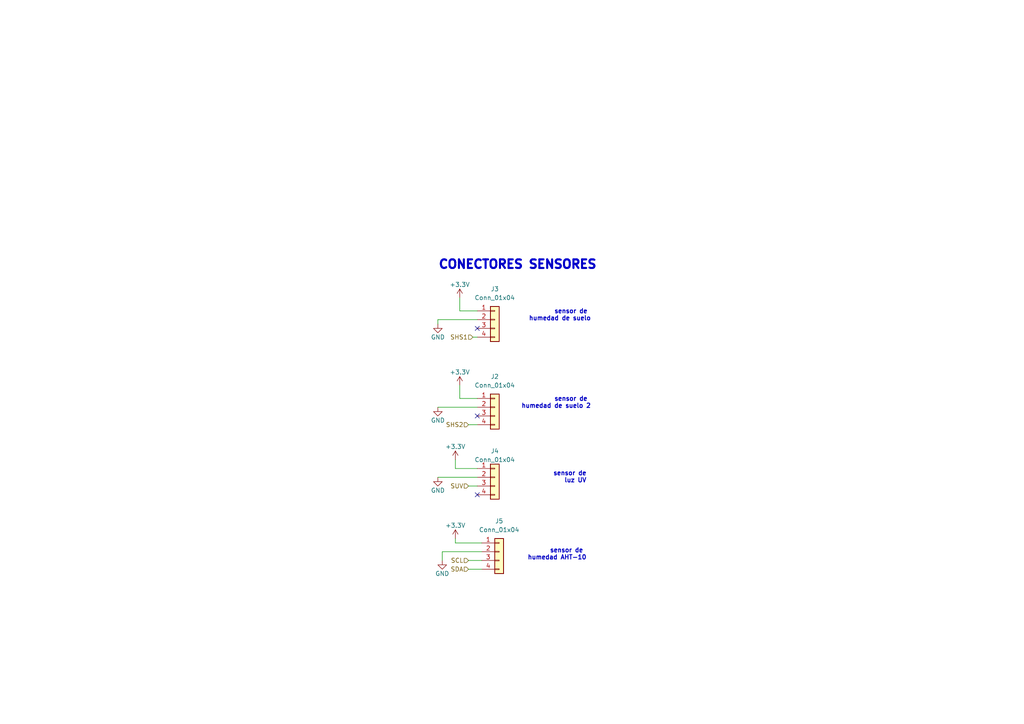
<source format=kicad_sch>
(kicad_sch (version 20230121) (generator eeschema)
  (paper "A4")
  (lib_symbols
    (symbol "Connector_Generic:Conn_01x04" (pin_names (offset 1.016) hide)
      (property "Reference" "J" (at 0 5.08 0))
      (property "Value" "Conn_01x04" (at 0 -7.62 0))
      (symbol "Conn_01x04_1_1"
        (rectangle (start -1.27 -4.953) (end 0 -5.207) (stroke (width 0.1524)))
        (rectangle (start -1.27 -2.413) (end 0 -2.667) (stroke (width 0.1524)))
        (rectangle (start -1.27 0.127) (end 0 -0.127) (stroke (width 0.1524)))
        (rectangle (start -1.27 2.667) (end 0 2.413) (stroke (width 0.1524)))
        (rectangle (start -1.27 3.81) (end 1.27 -6.35) (stroke (width 0.254)) (fill (type background)))
        (pin passive line (at -5.08 2.54 0) (length 3.81) (name "Pin_1") (number "1"))
        (pin passive line (at -5.08 0 0) (length 3.81) (name "Pin_2") (number "2"))
        (pin passive line (at -5.08 -2.54 0) (length 3.81) (name "Pin_3") (number "3"))
        (pin passive line (at -5.08 -5.08 0) (length 3.81) (name "Pin_4") (number "4"))
      )
    )
    (symbol "power:+3.3V" (power) (pin_names (offset 0))
      (property "Value" "+3.3V" (at 0 3.556 0))
      (symbol "+3.3V_0_1"
        (polyline (pts (xy -0.762 1.27) (xy 0 2.54)))
        (polyline (pts (xy 0 0) (xy 0 2.54)))
        (polyline (pts (xy 0 2.54) (xy 0.762 1.27)))
      )
      (symbol "+3.3V_1_1"
        (pin power_in line (at 0 0 90) (length 0) hide (name "+3.3V") (number "1"))
      )
    )
    (symbol "power:GND" (power) (pin_names (offset 0))
      (property "Value" "GND" (at 0 -3.81 0))
      (symbol "GND_0_1"
        (polyline (pts (xy 0 0) (xy 0 -1.27) (xy 1.27 -1.27) (xy 0 -2.54) (xy -1.27 -1.27) (xy 0 -1.27)))
      )
      (symbol "GND_1_1"
        (pin power_in line (at 0 0 270) (length 0) hide (name "GND") (number "1"))
      )
    )
  )
  (no_connect (at 138.43 143.51))
  (no_connect (at 138.43 95.25))
  (no_connect (at 138.43 120.65))
  (wire (pts (xy 139.7 160.02) (xy 128.27 160.02)))
  (wire (pts (xy 128.27 160.02) (xy 128.27 162.56)))
  (wire (pts (xy 138.43 115.57) (xy 133.35 115.57)))
  (wire (pts (xy 138.43 90.17) (xy 133.35 90.17)))
  (wire (pts (xy 138.43 135.89) (xy 132.08 135.89)))
  (wire (pts (xy 135.89 165.1) (xy 139.7 165.1)))
  (wire (pts (xy 135.89 162.56) (xy 139.7 162.56)))
  (wire (pts (xy 132.08 157.48) (xy 132.08 156.21)))
  (wire (pts (xy 138.43 92.71) (xy 127 92.71)))
  (wire (pts (xy 133.35 90.17) (xy 133.35 86.36)))
  (wire (pts (xy 138.43 138.43) (xy 127 138.43)))
  (wire (pts (xy 127 92.71) (xy 127 93.98)))
  (wire (pts (xy 137.16 97.79) (xy 138.43 97.79)))
  (wire (pts (xy 133.35 115.57) (xy 133.35 111.76)))
  (wire (pts (xy 135.89 140.97) (xy 138.43 140.97)))
  (wire (pts (xy 132.08 135.89) (xy 132.08 133.35)))
  (wire (pts (xy 139.7 157.48) (xy 132.08 157.48)))
  (wire (pts (xy 138.43 118.11) (xy 127 118.11)))
  (wire (pts (xy 135.89 123.19) (xy 138.43 123.19)))
  (text "sensor de\nluz UV\n\n" (at 170.18 142.24 0) (effects (font (size 1.27 1.27) (thickness 0.254) bold) (justify right bottom)))
  (text "sensor de \nhumedad de suelo\n\n" (at 171.45 95.25 0) (effects (font (size 1.27 1.27) (thickness 0.254) bold) (justify right bottom)))
  (text "sensor de \nhumedad de suelo 2\n\n" (at 171.45 120.65 0) (effects (font (size 1.27 1.27) (thickness 0.254) bold) (justify right bottom)))
  (text "CONECTORES SENSORES\n\n " (at 127 86.36 0) (effects (font (size 2.5 2.5) (thickness 0.6) bold) (justify left bottom)))
  (text "sensor de \nhumedad AHT-10\n" (at 170.18 162.56 0) (effects (font (size 1.27 1.27) (thickness 0.254) bold) (justify right bottom)))
  (hierarchical_label "SUV" (shape input) (at 135.89 140.97 180))
  (hierarchical_label "SDA" (shape input) (at 135.89 165.1 180))
  (hierarchical_label "SHS2" (shape input) (at 135.89 123.19 180))
  (hierarchical_label "SCL" (shape input) (at 135.89 162.56 180))
  (hierarchical_label "SHS1" (shape input) (at 137.16 97.79 180))
  (symbol (lib_id "power:+3.3V") (at 132.08 156.21 0) (mirror y) (unit 1)
    (property "Reference" "#PWR09" (effects hide))
    (property "Value" "+3.3V" (at 132.08 152.4 0))
    (instances (project "board_pf_cese" (path "" (reference "#PWR09") (unit 1)) (path "" (reference "#PWR07") (unit 1))))
  )
  (symbol (lib_id "Connector_Generic:Conn_01x04") (at 143.51 118.11 0) (unit 1)
    (property "Reference" "J2" (at 143.51 109.22 0))
    (property "Value" "Conn_01x04" (at 143.51 111.76 0))
    (property "Footprint" "Connector_PinSocket_2.54mm:PinSocket_1x04_P2.54mm_Vertical" (effects hide))
  )
  (symbol (lib_id "power:GND") (at 127 118.11 0) (mirror y) (unit 1)
    (property "Reference" "#PWR04" (effects hide))
    (property "Value" "GND" (at 127 121.92 0))
    (instances (project "board_pf_cese" (path "" (reference "#PWR04") (unit 1)) (path "" (reference "#PWR06") (unit 1))))
  )
  (symbol (lib_id "power:GND") (at 127 138.43 0) (mirror y) (unit 1)
    (property "Reference" "#PWR08" (effects hide))
    (property "Value" "GND" (at 127 142.24 0))
    (instances (project "board_pf_cese" (path "" (reference "#PWR08") (unit 1)) (path "" (reference "#PWR04") (unit 1))))
  )
  (symbol (lib_id "power:+3.3V") (at 133.35 111.76 0) (mirror y) (unit 1)
    (property "Reference" "#PWR03" (effects hide))
    (property "Value" "+3.3V" (at 133.35 107.95 0))
    (instances (project "board_pf_cese" (path "" (reference "#PWR03") (unit 1)) (path "" (reference "#PWR05") (unit 1))))
  )
  (symbol (lib_id "power:GND") (at 127 93.98 0) (mirror y) (unit 1)
    (property "Reference" "#PWR06" (effects hide))
    (property "Value" "GND" (at 127 97.79 0))
    (instances (project "board_pf_cese" (path "" (reference "#PWR06") (unit 1)) (path "" (reference "#PWR02") (unit 1))))
  )
  (symbol (lib_id "Connector_Generic:Conn_01x04") (at 143.51 92.71 0) (unit 1)
    (property "Reference" "J3" (at 143.51 83.82 0))
    (property "Value" "Conn_01x04" (at 143.51 86.36 0))
    (property "Footprint" "Connector_PinSocket_2.54mm:PinSocket_1x04_P2.54mm_Vertical" (effects hide))
  )
  (symbol (lib_id "Connector_Generic:Conn_01x04") (at 143.51 138.43 0) (unit 1)
    (property "Reference" "J4" (at 143.51 130.81 0))
    (property "Value" "Conn_01x04" (at 143.51 133.35 0))
    (property "Footprint" "Connector_PinSocket_2.54mm:PinSocket_1x04_P2.54mm_Vertical" (effects hide))
  )
  (symbol (lib_id "power:+3.3V") (at 132.08 133.35 0) (mirror y) (unit 1)
    (property "Reference" "#PWR07" (effects hide))
    (property "Value" "+3.3V" (at 132.08 129.54 0))
    (instances (project "board_pf_cese" (path "" (reference "#PWR07") (unit 1)) (path "" (reference "#PWR03") (unit 1))))
  )
  (symbol (lib_id "power:GND") (at 128.27 162.56 0) (mirror y) (unit 1)
    (property "Reference" "#PWR010" (effects hide))
    (property "Value" "GND" (at 128.27 166.37 0))
    (instances (project "board_pf_cese" (path "" (reference "#PWR010") (unit 1)) (path "" (reference "#PWR08") (unit 1))))
  )
  (symbol (lib_id "Connector_Generic:Conn_01x04") (at 144.78 160.02 0) (unit 1)
    (property "Reference" "J5" (at 144.78 151.13 0))
    (property "Value" "Conn_01x04" (at 144.78 153.67 0))
    (property "Footprint" "Connector_PinSocket_2.54mm:PinSocket_1x04_P2.54mm_Vertical" (effects hide))
  )
  (symbol (lib_id "power:+3.3V") (at 133.35 86.36 0) (mirror y) (unit 1)
    (property "Reference" "#PWR05" (effects hide))
    (property "Value" "+3.3V" (at 133.35 82.55 0))
    (instances (project "board_pf_cese" (path "" (reference "#PWR05") (unit 1)) (path "" (reference "#PWR01") (unit 1))))
  )
)
</source>
